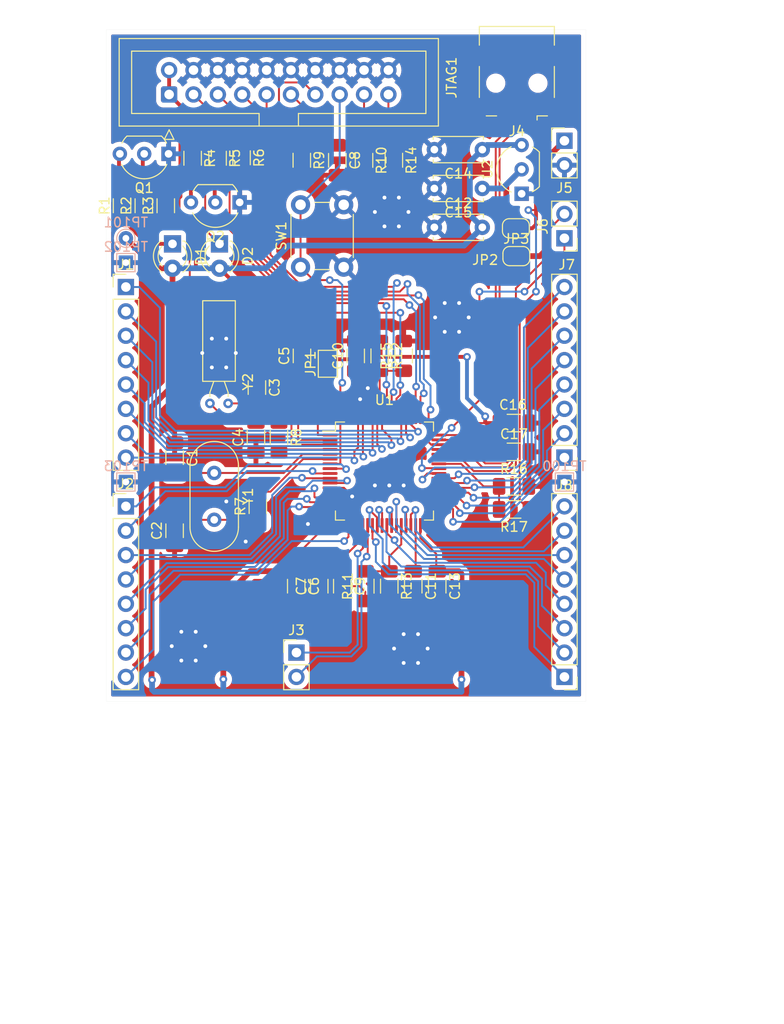
<source format=kicad_pcb>
(kicad_pcb (version 20211014) (generator pcbnew)
  (layers (0 "F.Cu" signal) (31 "B.Cu" signal) (34 "B.Paste" user) (35 "F.Paste" user) (36 "B.SilkS" user "B.Silkscreen") (37 "F.SilkS" user "F.Silkscreen") (38 "B.Mask" user) (39 "F.Mask" user) (44 "Edge.Cuts" user))
  (net 0 "")
  (net 1 "+3.3V")
  (net 2 "VCC")
  (net 3 "VBUS")
  (net 4 "PC0_8")
  (net 5 "PC1_9")
  (net 6 "PC2_10")
  (net 7 "PC3_11")
  (net 8 "PA0_14")
  (net 9 "PA1_15")
  (net 10 "PA2_16")
  (net 11 "PA3_17")
  (net 12 "PA4_20")
  (net 13 "PA5_21")
  (net 14 "PA6_22")
  (net 15 "PA7_23")
  (net 16 "PC4_24")
  (net 17 "PC5_25")
  (net 18 "PB0_26")
  (net 19 "PB1_27")
  (net 20 "PB10_29")
  (net 21 "PB11_30")
  (net 22 "PB12_33")
  (net 23 "PB13_34")
  (net 24 "PB14_35")
  (net 25 "PB15_36")
  (net 26 "PC6_37")
  (net 27 "PC7_38")
  (net 28 "PC8_39")
  (net 29 "PC9_40")
  (net 30 "PC10_51")
  (net 31 "PC11_52")
  (net 32 "PC12_53")
  (net 33 "PB5_57")
  (net 34 "PB6_58")
  (net 35 "PB7_59")
  (net 36 "PB8_61")
  (net 37 "GND")
  (net 38 "PB9_62")
  (net 39 "Net-(JTAG1-Pad11)")
  (net 40 "Net-(JTAG1-Pad17)")
  (net 41 "Net-(JTAG1-Pad19)")
  (net 42 "/BOOT0")
  (net 43 "/BOOT1")
  (net 44 "/NRST")
  (net 45 "/VCAP_1")
  (net 46 "/VCAP_2")
  (net 47 "/OSC_IN")
  (net 48 "/OSC32_IN")
  (net 49 "/OSC32_OUT")
  (net 50 "/nJTRST")
  (net 51 "/TDI")
  (net 52 "/JTMS{slash}SWDIO")
  (net 53 "/JTCK{slash}SWCLK")
  (net 54 "/JTDO")
  (net 55 "/OTG_FS_VBUS")
  (net 56 "/OSC_OUT")
  (net 57 "PA8_41")
  (net 58 "/OTG_FS_DM")
  (net 59 "/OTG_FS_DP")
  (net 60 "PA10_43")
  (net 61 "Net-(Q1-Pad2)")
  (net 62 "Net-(Q1-Pad3)")
  (net 63 "Net-(Q2-Pad2)")
  (net 64 "Net-(Q2-Pad3)")
  (net 65 "Net-(D1-Pad1)")
  (net 66 "Net-(D2-Pad1)")
  (net 67 "LED1")
  (net 68 "LED2")
  (net 69 "+BATT")
  (net 70 "Net-(C2-Pad2)")
  (net 71 "Net-(C4-Pad2)")
  (net 72 "Net-(JP3-Pad2)")
  (footprint "Capacitor_SMD:C_1206_3216Metric_Pad1.33x1.80mm_HandSolder" (layer "F.Cu") (at 169.8 108.5 -90)
    (fp_text reference "C6")
    (fp_text value "100nF")
  )
  (footprint "Package_TO_SOT_THT:TO-92_Inline_Wide" (layer "F.Cu") (at 193.3 67.6 90)
    (fp_text reference "U2")
    (fp_text value "MCP1700-3302E_TO92")
  )
  (footprint "Package_TO_SOT_THT:TO-92_Inline_Wide" (layer "F.Cu") (at 156.49 63.44 180)
    (fp_text reference "Q1")
    (fp_text value "2N3904")
  )
  (footprint "Capacitor_SMD:C_1206_3216Metric_Pad1.33x1.80mm_HandSolder" (layer "F.Cu") (at 174.6 108.5 -90)
    (fp_text reference "C9")
    (fp_text value "100nF")
  )
  (footprint "Resistor_SMD:R_1206_3216Metric_Pad1.30x1.75mm_HandSolder" (layer "F.Cu") (at 159 63.9 -90)
    (fp_text reference "R4")
    (fp_text value "10k")
  )
  (footprint "Connector_PinHeader_2.54mm:PinHeader_1x08_P2.54mm_Vertical" (layer "F.Cu") (at 152.04 77.32)
    (fp_text reference "J1")
    (fp_text value "Conn_01x08")
  )
  (footprint "Capacitor_SMD:C_1206_3216Metric_Pad1.33x1.80mm_HandSolder" (layer "F.Cu") (at 165.7 87.8 -90)
    (fp_text reference "C3")
    (fp_text value "9pF")
  )
  (footprint "Connector_PinHeader_2.54mm:PinHeader_1x02_P2.54mm_Vertical" (layer "F.Cu") (at 169.82 115.42)
    (fp_text reference "J3")
    (fp_text value "Conn_01x02")
  )
  (footprint "LED_THT:LED_D3.0mm" (layer "F.Cu") (at 161.8 72.825 -90)
    (fp_text reference "D2")
    (fp_text value "LED")
  )
  (footprint "Capacitor_SMD:C_1206_3216Metric_Pad1.33x1.80mm_HandSolder" (layer "F.Cu") (at 165.6 93 90)
    (fp_text reference "C4")
    (fp_text value "9pF")
  )
  (footprint "Capacitor_SMD:C_1206_3216Metric_Pad1.33x1.80mm_HandSolder" (layer "F.Cu") (at 170.4 84.5 90)
    (fp_text reference "C5")
    (fp_text value "100nF")
  )
  (footprint "Connector_PinHeader_2.54mm:PinHeader_1x02_P2.54mm_Vertical" (layer "F.Cu") (at 197.76 62.08)
    (fp_text reference "J5")
    (fp_text value "Conn_01x02")
  )
  (footprint "Resistor_SMD:R_1206_3216Metric_Pad1.30x1.75mm_HandSolder" (layer "F.Cu") (at 179.98 64.11 -90)
    (fp_text reference "R14")
    (fp_text value "10k")
  )
  (footprint "Capacitor_SMD:C_1206_3216Metric_Pad1.33x1.80mm_HandSolder" (layer "F.Cu") (at 172.2 108.5 90)
    (fp_text reference "C7")
    (fp_text value "1uF")
  )
  (footprint "Package_QFP:LQFP-64_10x10mm_P0.5mm" (layer "F.Cu") (at 179 96.5)
    (fp_text reference "U1")
    (fp_text value "STM32F405RGTx")
  )
  (footprint "Capacitor_SMD:C_1206_3216Metric_Pad1.33x1.80mm_HandSolder" (layer "F.Cu") (at 174.08 64.11 -90)
    (fp_text reference "C8")
    (fp_text value "100nF")
  )
  (footprint "Resistor_SMD:R_1206_3216Metric_Pad1.30x1.75mm_HandSolder" (layer "F.Cu") (at 165.8 100.2 90)
    (fp_text reference "R7")
    (fp_text value "100")
  )
  (footprint "Resistor_SMD:R_1206_3216Metric_Pad1.30x1.75mm_HandSolder" (layer "F.Cu") (at 181 84.5 90)
    (fp_text reference "R15")
    (fp_text value "0")
  )
  (footprint "Connector_IDC:IDC-Header_2x10_P2.54mm_Vertical" (layer "F.Cu") (at 156.55 57.254999 90)
    (fp_text reference "JTAG1")
    (fp_text value "Conn_02x10_Odd_Even")
  )
  (footprint "Capacitor_THT:C_Disc_D5.0mm_W2.5mm_P5.00mm" (layer "F.Cu") (at 184.2 71.1)
    (fp_text reference "C12")
    (fp_text value "10uF")
  )
  (footprint "Capacitor_SMD:C_1206_3216Metric_Pad1.33x1.80mm_HandSolder" (layer "F.Cu") (at 176 84.5 90)
    (fp_text reference "C10")
    (fp_text value "100nF")
  )
  (footprint "Resistor_SMD:R_1206_3216Metric_Pad1.30x1.75mm_HandSolder" (layer "F.Cu") (at 179.5 108.5 -90)
    (fp_text reference "R13")
    (fp_text value "0")
  )
  (footprint "Resistor_SMD:R_1206_3216Metric_Pad1.30x1.75mm_HandSolder" (layer "F.Cu") (at 192.5 98.1)
    (fp_text reference "R16")
    (fp_text value "82k")
  )
  (footprint "Connector_PinHeader_2.54mm:PinHeader_1x08_P2.54mm_Vertical" (layer "F.Cu") (at 152.04 100.18)
    (fp_text reference "J2")
    (fp_text value "Conn_01x08")
  )
  (footprint "Capacitor_SMD:C_1206_3216Metric_Pad1.33x1.80mm_HandSolder" (layer "F.Cu") (at 192.5 91.5)
    (fp_text reference "C16")
    (fp_text value "100nF")
  )
  (footprint "Crystal:Crystal_HC49-4H_Vertical" (layer "F.Cu") (at 161.25 96.7 -90)
    (fp_text reference "Y1")
    (fp_text value "14MHz")
  )
  (footprint "Resistor_SMD:R_1206_3216Metric_Pad1.30x1.75mm_HandSolder" (layer "F.Cu") (at 164.1 63.85 -90)
    (fp_text reference "R6")
    (fp_text value "10k")
  )
  (footprint "Capacitor_THT:C_Disc_D5.0mm_W2.5mm_P5.00mm" (layer "F.Cu") (at 189.2 63 180)
    (fp_text reference "C14")
    (fp_text value "10uF")
  )
  (footprint "Resistor_SMD:R_1206_3216Metric_Pad1.30x1.75mm_HandSolder" (layer "F.Cu") (at 170.38 64.11 -90)
    (fp_text reference "R9")
    (fp_text value "10k")
  )
  (footprint "Resistor_SMD:R_1206_3216Metric_Pad1.30x1.75mm_HandSolder" (layer "F.Cu") (at 168 93 -90)
    (fp_text reference "R8")
    (fp_text value "0")
  )
  (footprint "Capacitor_SMD:C_1206_3216Metric_Pad1.33x1.80mm_HandSolder" (layer "F.Cu") (at 157.12 102.72 90)
    (fp_text reference "C2")
    (fp_text value "15pF")
  )
  (footprint "Resistor_SMD:R_1206_3216Metric_Pad1.30x1.75mm_HandSolder" (layer "F.Cu") (at 161.6 63.900001 -90)
    (fp_text reference "R5")
    (fp_text value "10k")
  )
  (footprint "Connector_USB:USB_Mini-B_Lumberg_2486_01_Horizontal" (layer "F.Cu") (at 192.8 56.075 180)
    (fp_text reference "J4")
    (fp_text value "USB_B")
  )
  (footprint "Resistor_SMD:R_1206_3216Metric_Pad1.30x1.75mm_HandSolder" (layer "F.Cu") (at 176.87 64.12 -90)
    (fp_text reference "R10")
    (fp_text value "10k")
  )
  (footprint "Capacitor_SMD:C_1206_3216Metric_Pad1.33x1.80mm_HandSolder" (layer "F.Cu") (at 184.5 108.5 -90)
    (fp_text reference "C13")
    (fp_text value "100nF")
  )
  (footprint "Button_Switch_THT:SW_PUSH_6mm_H5mm" (layer "F.Cu") (at 170.25 75.25 90)
    (fp_text reference "SW1")
    (fp_text value "SW_RESET")
  )
  (footprint "Jumper:SolderJumper-2_P1.3mm_Bridged_RoundedPad1.0x1.5mm" (layer "F.Cu") (at 192.7 71.2)
    (fp_text reference "JP2")
    (fp_text value "Jumper_2_Bridged")
  )
  (footprint "Resistor_SMD:R_1206_3216Metric_Pad1.30x1.75mm_HandSolder" (layer "F.Cu") (at 192.5 100.5 180)
    (fp_text reference "R17")
    (fp_text value "33k")
  )
  (footprint "Resistor_SMD:R_1206_3216Metric_Pad1.30x1.75mm_HandSolder" (layer "F.Cu") (at 156.2 68.85 90)
    (fp_text reference "R3")
    (fp_text value "10k")
  )
  (footprint "Resistor_SMD:R_1206_3216Metric_Pad1.30x1.75mm_HandSolder" (layer "F.Cu") (at 151.64 68.85 90)
    (fp_text reference "R1")
    (fp_text value "10k")
  )
  (footprint "Connector_PinHeader_2.54mm:PinHeader_1x02_P2.54mm_Vertical" (layer "F.Cu") (at 197.76 72.24 180)
    (fp_text reference "J6")
    (fp_text value "Conn_01x02")
  )
  (footprint "Capacitor_SMD:C_1206_3216Metric_Pad1.33x1.80mm_HandSolder" (layer "F.Cu") (at 182 108.5 -90)
    (fp_text reference "C11")
    (fp_text value "2.2uF")
  )
  (footprint "Crystal:Crystal_C38-LF_D3.0mm_L8.0mm_Horizontal" (layer "F.Cu") (at 162.7 89.45 180)
    (fp_text reference "Y2")
    (fp_text value "32.768 kHz")
  )
  (footprint "Jumper:SolderJumper-2_P1.3mm_Bridged_Pad1.0x1.5mm" (layer "F.Cu") (at 173.1 85.32 90)
    (fp_text reference "JP1")
    (fp_text value "VBAT_JUMP")
  )
  (footprint "Jumper:SolderJumper-2_P1.3mm_Bridged_RoundedPad1.0x1.5mm" (layer "F.Cu") (at 192.750001 74.1)
    (fp_text reference "JP3")
    (fp_text value "Jumper_2_Bridged")
  )
  (footprint "Connector_PinHeader_2.54mm:PinHeader_1x08_P2.54mm_Vertical" (layer "F.Cu") (at 197.76 117.96 180)
    (fp_text reference "J8")
    (fp_text value "Conn_01x08")
  )
  (footprint "Package_TO_SOT_THT:TO-92_Inline_Wide" (layer "F.Cu") (at 163.9 68.5 180)
    (fp_text reference "Q2")
    (fp_text value "2N3904")
  )
  (footprint "Capacitor_SMD:C_1206_3216Metric_Pad1.33x1.80mm_HandSolder" (layer "F.Cu") (at 192.5 94.5)
    (fp_text reference "C17")
    (fp_text value "2.2uF")
  )
  (footprint "Capacitor_THT:C_Disc_D5.0mm_W2.5mm_P5.00mm" (layer "F.Cu") (at 189.2 67.049999 180)
    (fp_text reference "C15")
    (fp_text value "10uF")
  )
  (footprint "LED_THT:LED_D3.0mm" (layer "F.Cu") (at 156.9 72.825 -90)
    (fp_text reference "D1")
    (fp_text value "LED")
  )
  (footprint "Resistor_SMD:R_1206_3216Metric_Pad1.30x1.75mm_HandSolder" (layer "F.Cu") (at 178.5 84.5 -90)
    (fp_text reference "R12")
    (fp_text value "0")
  )
  (footprint "Connector_PinHeader_2.54mm:PinHeader_1x08_P2.54mm_Vertical" (layer "F.Cu") (at 197.76 95.1 180)
    (fp_text reference "J7")
    (fp_text value "Conn_01x08")
  )
  (footprint "Resistor_SMD:R_1206_3216Metric_Pad1.30x1.75mm_HandSolder" (layer "F.Cu") (at 153.91 68.85 90)
    (fp_text reference "R2")
    (fp_text value "10k")
  )
  (footprint "Capacitor_SMD:C_1206_3216Metric_Pad1.33x1.80mm_HandSolder" (layer "F.Cu") (at 157.12 95.1 -90)
    (fp_text reference "C1")
    (fp_text value "15pF")
  )
  (footprint "Resistor_SMD:R_1206_3216Metric_Pad1.30x1.75mm_HandSolder" (layer "F.Cu") (at 177 108.5 90)
    (fp_text reference "R11")
    (fp_text value "0")
  )
  (footprint "TestPoint:TestPoint_THTPad_1.5x1.5mm_Drill0.7mm" (layer "B.Cu") (at 197.76 97.64 180)
    (fp_text reference "TP100")
    (fp_text value "TestPoint")
  )
  (footprint "TestPoint:TestPoint_THTPad_D1.5mm_Drill0.7mm" (layer "B.Cu") (at 152.04 72.24 180)
    (fp_text reference "TP101")
    (fp_text value "TestPoint")
  )
  (footprint "TestPoint:TestPoint_THTPad_1.5x1.5mm_Drill0.7mm" (layer "B.Cu") (at 152.04 97.64 180)
    (fp_text reference "TP103")
    (fp_text value "TestPoint")
  )
  (footprint "TestPoint:TestPoint_THTPad_1.5x1.5mm_Drill0.7mm" (layer "B.Cu") (at 152.04 74.78 180)
    (fp_text reference "TP102")
    (fp_text value "TestPoint")
  )
  (gr_rect (start 150 50.5) (end 200 120.5) (layer "Edge.Cuts") (width 0.01) (fill none))
  (segment (start 176 88.06) (end 175.25 88.81) (width 0.2) (layer "F.Cu") (net 1))
  (segment (start 174.6 100.5) (end 174.6 99) (width 0.2) (layer "F.Cu") (net 1))
  (segment (start 175.25 88.81) (end 175.25 90.825) (width 0.2) (layer "F.Cu") (net 1))
  (segment (start 161.8 75.365) (end 168.3 81.865) (width 0.4) (layer "F.Cu") (net 1))
  (segment (start 156.9 87.62) (end 154.72 89.8) (width 0.6) (layer "F.Cu") (net 1))
  (segment (start 174.6 108.3) (end 174.8 108.5) (width 0.2) (layer "F.Cu") (net 1))
  (segment (start 173 84.85) (end 170.95 84.85) (width 0.4) (layer "F.Cu") (net 1))
  (segment (start 189.6 91.5) (end 190.9375 91.5) (width 0.4) (layer "F.Cu") (net 1))
  (segment (start 156.9 75.365) (end 156.9 87.62) (width 0.6) (layer "F.Cu") (net 1))
  (segment (start 182.75 102.175) (end 182.74 102.185) (width 0.2) (layer "F.Cu") (net 1))
  (segment (start 170.4 85.4) (end 170.4 86.2625) (width 0.4) (layer "F.Cu") (net 1))
  (segment (start 154.72 89.8) (end 154.72 118.22) (width 0.6) (layer "F.Cu") (net 1))
  (segment (start 168.5625 86.2625) (end 170.4 86.2625) (width 0.4) (layer "F.Cu") (net 1))
  (segment (start 159.335 75.365) (end 161.8 75.365) (width 0.4) (layer "F.Cu") (net 1))
  (segment (start 176 85.1) (end 176.5 84.6) (width 0.4) (layer "F.Cu") (net 1))
  (segment (start 177 110.05) (end 177 109.1) (width 0.2) (layer "F.Cu") (net 1))
  (segment (start 156.55 54.714999) (end 156.55 57.254999) (width 0.4) (layer "F.Cu") (net 1))
  (segment (start 184.675 92.75) (end 186.7 92.75) (width 0.2) (layer "F.Cu") (net 1))
  (segment (start 174.35 98.75) (end 174.6 99) (width 0.2) (layer "F.Cu") (net 1))
  (segment (start 175.75 84.85) (end 176 85.1) (width 0.4) (layer "F.Cu") (net 1))
  (segment (start 189.5 90.8) (end 189.5 91.4) (width 0.4) (layer "F.Cu") (net 1))
  (segment (start 177 109.1) (end 176.4 108.5) (width 0.2) (layer "F.Cu") (net 1))
  (segment (start 157.72548 67.89452) (end 157.53 68.09) (width 0.4) (layer "F.Cu") (net 1))
  (segment (start 174.6 105.64) (end 176.25 103.99) (width 0.2) (layer "F.Cu") (net 1))
  (segment (start 152.04 72.24) (end 155.165 75.365) (width 0.6) (layer "F.Cu") (net 1))
  (segment (start 176 86.0625) (end 176 88.06) (width 0.2) (layer "F.Cu") (net 1))
  (segment (start 187.03 118.23) (end 187.03 107.22) (width 0.6) (layer "F.Cu") (net 1))
  (segment (start 170.95 84.85) (end 170.4 85.4) (width 0.4) (layer "F.Cu") (net 1))
  (segment (start 156.55 57.254999) (end 157.72548 58.430479) (width 0.4) (layer "F.Cu") (net 1))
  (segment (start 184.4 105.14) (end 184.4 106.8375) (width 0.2) (layer "F.Cu") (net 1))
  (segment (start 187.03 107.22) (end 186.7475 106.9375) (width 0.6) (layer "F.Cu") (net 1))
  (segment (start 178.6 84.6) (end 178.6 83.05) (width 0.4) (layer "F.Cu") (net 1))
  (segment (start 159.335 71.635) (end 159.335 75.365) (width 0.4) (layer "F.Cu") (net 1))
  (segment (start 186.7 92.75) (end 187.95 91.5) (width 0.2) (layer "F.Cu") (net 1))
  (segment (start 173 84.85) (end 175.75 84.85) (width 0.4) (layer "F.Cu") (net 1))
  (segment (start 186.7475 106.9375) (end 184.5 106.9375) (width 0.6) (layer "F.Cu") (net 1))
  (segment (start 174.6 106.9375) (end 174.6 105.64) (width 0.2) (layer "F.Cu") (net 1))
  (segment (start 162.2 109.7625) (end 165.025 106.9375) (width 0.6) (layer "F.Cu") (net 1))
  (segment (start 174.6 106.9375) (end 174.6 108.3) (width 0.2) (layer "F.Cu") (net 1))
  (segment (start 187.95 91.5) (end 190.9375 91.5) (width 0.2) (layer "F.Cu") (net 1))
  (segment (start 173.325 98.75) (end 174.35 98.75) (width 0.2) (layer "F.Cu") (net 1))
  (segment (start 157.72548 58.430479) (end 157.72548 67.89452) (width 0.4) (layer "F.Cu") (net 1))
  (segment (start 154.72 118.22) (end 154.77 118.27) (width 0.6) (layer "F.Cu") (net 1))
  (segment (start 168.3 86) (end 168.5625 86.2625) (width 0.4) (layer "F.Cu") (net 1))
  (segment (start 174.8 108.5) (end 176.4 108.5) (width 0.2) (layer "F.Cu") (net 1))
  (segment (start 176.5 84.6) (end 178.6 84.6) (width 0.4) (layer "F.Cu") (net 1))
  (segment (start 157.53 68.09) (end 157.53 69.83) (width 0.4) (layer "F.Cu") (net 1))
  (segment (start 168.3 81.865) (end 168.3 86) (width 0.4) (layer "F.Cu") (net 1))
  (segment (start 178.6 83.05) (end 178.5 82.95) (width 0.4) (layer "F.Cu") (net 1))
  (segment (start 157.53 69.83) (end 159.335 71.635) (width 0.4) (layer "F.Cu") (net 1))
  (segment (start 169.8 106.9375) (end 169.8 105.3) (width 0.2) (layer "F.Cu") (net 1))
  (segment (start 182.74 102.185) (end 182.74 103.48) (width 0.2) (layer "F.Cu") (net 1))
  (segment (start 176 85.1) (end 176 86.0625) (width 0.4) (layer "F.Cu") (net 1))
  (segment (start 182.74 103.48) (end 184.4 105.14) (width 0.2) (layer "F.Cu") (net 1))
  (segment (start 178.6 84.6) (end 187.6 84.6) (width 0.4) (layer "F.Cu") (net 1))
  (segment (start 169.8 105.3) (end 174.6 100.5) (width 0.2) (layer "F.Cu") (net 1))
  (segment (start 176.25 103.99) (end 176.25 102.175) (width 0.2) (layer "F.Cu") (net 1))
  (segment (start 155.165 75.365) (end 156.9 75.365) (width 0.6) (layer "F.Cu") (net 1))
  (segment (start 189.5 91.4) (end 189.6 91.5) (width 0.4) (layer "F.Cu") (net 1))
  (segment (start 184.4 106.8375) (end 184.5 106.9375) (width 0.2) (layer "F.Cu") (net 1))
  (segment (start 162.2 118.2) (end 162.2 109.7625) (width 0.6) (layer "F.Cu") (net 1))
  (segment (start 165.025 106.9375) (end 174.6 106.9375) (width 0.6) (layer "F.Cu") (net 1))
  (via (at 154.77 118.27) (size 0.8) (drill 0.4) (layers "F.Cu" "B.Cu") (net 1))
  (via (at 162.2 118.2) (size 0.8) (drill 0.4) (layers "F.Cu" "B.Cu") (net 1))
  (via (at 187.6 84.6) (size 0.8) (drill 0.4) (layers "F.Cu" "B.Cu") (net 1))
  (via (at 189.5 90.8) (size 0.8) (drill 0.4) (layers "F.Cu" "B.Cu") (net 1))
  (via (at 187.03 118.23) (size 0.8) (drill 0.4) (layers "F.Cu" "B.Cu") (net 1))
  (segment (start 189.2 63) (end 187.900489 64.299511) (width 0.6) (layer "B.Cu") (net 1))
  (segment (start 187.6 88.9) (end 189.5 90.8) (width 0.4) (layer "B.Cu") (net 1))
  (segment (start 189.68 62.52) (end 189.2 63) (width 0.6) (layer "B.Cu") (net 1))
  (segment (start 162.2 119.5) (end 154.99 119.5) (width 0.6) (layer "B.Cu") (net 1))
  (segment (start 154.77 118.27) (end 154.77 119.28) (width 0.6) (layer "B.Cu") (net 1))
  (segment (start 187.6 84.6) (end 187.6 88.9) (width 0.4) (layer "B.Cu") (net 1))
  (segment (start 187.900489 64.299511) (end 187.900489 69.800489) (width 0.6) (layer "B.Cu") (net 1))
  (segment (start 166.635 75.365) (end 156.9 75.365) (width 0.6) (layer "B.Cu") (net 1))
  (segment (start 187.900489 69.800489) (end 189.2 71.1) (width 0.6) (layer "B.Cu") (net 1))
  (segment (start 189.2 71.1) (end 187.3 73) (width 0.6) (layer "B.Cu") (net 1))
  (segment (start 154.99 119.5) (end 154.77 119.28) (width 0.6) (layer "B.Cu") (net 1))
  (segment (start 187.3 73) (end 169 73) (width 0.6) (layer "B.Cu") (net 1))
  (segment (start 193.3 62.52) (end 189.68 62.52) (width 0.6) (layer "B.Cu") (net 1))
  (segment (start 162.2 119.5) (end 187.02 119.5) (width 0.6) (layer "B.Cu") (net 1))
  (segment (start 187.02 119.5) (end 187.02 118.24) (width 0.6) (layer "B.Cu") (net 1))
  (segment (start 162.2 119.5) (end 162.2 118.2) (width 0.6) (layer "B.Cu") (net 1))
  (segment (start 169 73) (end 166.635 75.365) (width 0.6) (layer "B.Cu") (net 1))
  (segment (start 187.02 118.24) (end 187.03 118.23) (width 0.6) (layer "B.Cu") (net 1))
  (segment (start 192.05 69.75) (end 191.7 69.4) (width 0.6) (layer "F.Cu") (net 2))
  (segment (start 192.100001 74.1) (end 192.100001 71.250001) (width 0.6) (layer "F.Cu") (net 2))
  (segment (start 192.100001 71.250001) (end 192.05 71.2) (width 0.6) (layer "F.Cu") (net 2))
  (segment (start 192.05 71.2) (end 192.05 69.75) (width 0.6) (layer "F.Cu") (net 2))
  (segment (start 191.7 66.66) (end 193.3 65.06) (width 0.6) (layer "F.Cu") (net 2))
  (segment (start 191.7 69.4) (end 191.7 66.66) (width 0.6) (layer "F.Cu") (net 2))
  (segment (start 189.2 67.049999) (end 191.310001 67.049999) (width 0.6) (layer "B.Cu") (net 2))
  (segment (start 191.310001 67.049999) (end 193.3 65.06) (width 0.6) (layer "B.Cu") (net 2))
  (segment (start 194.8 70.8) (end 194.4 71.2) (width 0.4) (layer "F.Cu") (net 3))
  (segment (start 194.8 69.3) (end 194.8 70.8) (width 0.4) (layer "F.Cu") (net 3))
  (segment (start 194.4 71.2) (end 193.35 71.2) (width 0.4) (layer "F.Cu") (net 3))
  (segment (start 193.1 99.55) (end 193.099519 99.549519) (width 0.2) (layer "F.Cu") (net 3))
  (segment (start 194 69.3) (end 194.8 69.3) (width 0.2) (layer "F.Cu") (net 3))
  (segment (start 193.099519 99.549519) (end 193.099519 79.500481) (width 0.2) (layer "F.Cu") (net 3))
  (segment (start 194.4 58.775) (end 194.4 60.6) (width 0.4) (layer "F.Cu") (net 3))
  (segment (start 193.099519 79.500481) (end 194.8 77.8) (width 0.2) (layer "F.Cu") (net 3))
  (segment (start 194.4 60.6) (end 194.8 61) (width 0.4) (layer "F.Cu") (net 3))
  (segment (start 194.05 100.5) (end 193.1 99.55) (width 0.2) (layer "F.Cu") (net 3))
  (segment (start 194.8 61) (end 194.8 69.3) (width 0.4) (layer "F.Cu") (net 3))
  (via (at 194 69.3) (size 0.8) (drill 0.4) (layers "F.Cu" "B.Cu") (net 3))
  (via (at 194.8 77.8) (size 0.8) (drill 0.4) (layers "F.Cu" "B.Cu") (net 3))
  (segment (start 194.8 77.8) (end 194.8 70.1) (width 0.2) (layer "B.Cu") (net 3))
  (segment (start 194.8 70.1) (end 194 69.3) (width 0.2) (layer "B.Cu") (net 3))
  (segment (start 173.325 96.25) (end 174.95 96.25) (width 0.2) (layer "F.Cu") (net 4))
  (segment (start 174.95 96.25) (end 175 96.3) (width 0.2) (layer "F.Cu") (net 4))
  (via (at 175 96.3) (size 0.8) (drill 0.4) (layers "F.Cu" "B.Cu") (net 4))
  (segment (start 155.1 98.2) (end 153.12 100.18) (width 0.2) (layer "B.Cu") (net 4))
  (segment (start 153.12 100.18) (end 152.04 100.18) (width 0.2) (layer "B.Cu") (net 4))
  (segment (start 174.5 95.8) (end 164.8 95.8) (width 0.2) (layer "B.Cu") (net 4))
  (segment (start 162.4 98.2) (end 155.1 98.2) (width 0.2) (layer "B.Cu") (net 4))
  (segment (start 164.8 95.8) (end 162.4 98.2) (width 0.2) (layer "B.Cu") (net 4))
  (segment (start 175 96.3) (end 174.5 95.8) (width 0.2) (layer "B.Cu") (net 4))
  (segment (start 171.75 96.75) (end 171.5 96.5) (width 0.2) (layer "F.Cu") (net 5))
  (segment (start 173.325 96.75) (end 171.75 96.75) (width 0.2) (layer "F.Cu") (net 5))
  (via (at 171.5 96.5) (size 0.8) (drill 0.4) (layers "F.Cu" "B.Cu") (net 5))
  (segment (start 156.16 98.6) (end 152.04 102.72) (width 0.2) (layer "B.Cu") (net 5))
  (segment (start 171.5 96.5) (end 164.665006 96.5) (width 0.2) (layer "B.Cu") (net 5))
  (segment (start 164.665006 96.5) (end 162.565006 98.6) (width 0.2) (layer "B.Cu") (net 5))
  (segment (start 162.565006 98.6) (end 156.16 98.6) (width 0.2) (layer "B.Cu") (net 5))
  (segment (start 170.4505 97.25) (end 173.325 97.25) (width 0.2) (layer "F.Cu") (net 6))
  (segment (start 170.4 97.1995) (end 170.4505 97.25) (width 0.2) (layer "F.Cu") (net 6))
  (via (at 170.4 97.1995) (size 0.8) (drill 0.4) (layers "F.Cu" "B.Cu") (net 6))
  (segment (start 169.1005 97.1995) (end 170.4 97.1995) (width 0.2) (layer "B.Cu") (net 6))
  (segment (start 164.94 105.26) (end 167.3 102.9) (width 0.2) (layer "B.Cu") (net 6))
  (segment (start 167.3 102.9) (end 167.3 99) (width 0.2) (layer "B.Cu") (net 6))
  (segment (start 167.3 99) (end 169.1005 97.1995) (width 0.2) (layer "B.Cu") (net 6))
  (segment (start 152.04 105.26) (end 164.94 105.26) (width 0.2) (layer "B.Cu") (net 6))
  (segment (start 173.325 97.75) (end 174.85 97.75) (width 0.2) (layer "F.Cu") (net 7))
  (segment (start 174.85 97.75) (end 175.1 97.5) (width 0.2) (layer "F.Cu") (net 7))
  (via (at 175.1 97.5) (size 0.8) (drill 0.4) (layers "F.Cu" "B.Cu") (net 7))
  (segment (start 168.665006 98.2) (end 167.732503 99.132503) (width 0.2) (layer "B.Cu") (net 7))
  (segment (start 170.8 98.2) (end 168.665006 98.2) (width 0.2) (layer "B.Cu") (net 7))
  (segment (start 167.732503 99.132503) (end 167.69952 99.165486) (width 0.2) (layer "B.Cu") (net 7))
  (segment (start 165.105486 105.65952) (end 167.69952 103.065486) (width 0.2) (layer "B.Cu") (net 7))
  (segment (start 175.1 97.5) (end 171.5 97.5) (width 0.2) (layer "B.Cu") (net 7))
  (segment (start 152.04 107.8) (end 154.18048 105.65952) (width 0.2) (layer "B.Cu") (net 7))
  (segment (start 154.18048 105.65952) (end 165.105486 105.65952) (width 0.2) (layer "B.Cu") (net 7))
  (segment (start 167.69952 103.065486) (end 167.69952 99.165486) (width 0.2) (layer "B.Cu") (net 7))
  (segment (start 171.5 97.5) (end 170.8 98.2) (width 0.2) (layer "B.Cu") (net 7))
  (segment (start 171.7 99.2) (end 171.75 99.25) (width 0.2) (layer "F.Cu") (net 8))
  (segment (start 171.75 99.25) (end 173.325 99.25) (width 0.2) (layer "F.Cu") (net 8))
  (segment (start 171.7 98.3) (end 171.7 99.2) (width 0.2) (layer "F.Cu") (net 8))
  (via (at 171.7 98.3) (size 0.8) (drill 0.4) (layers "F.Cu" "B.Cu") (net 8))
  (segment (start 165.3 106.1) (end 168.1 103.3) (width 0.2) (layer "B.Cu") (net 8))
  (segment (start 169.1 98.6) (end 171.4 98.6) (width 0.2) (layer "B.Cu") (net 8))
  (segment (start 171.4 98.6) (end 171.7 98.3) (width 0.2) (layer "B.Cu") (net 8))
  (segment (start 168.1 99.6) (end 169.1 98.6) (width 0.2) (layer "B.Cu") (net 8))
  (segment (start 152.04 110.34) (end 156.28 106.1) (width 0.2) (layer "B.Cu") (net 8))
  (segment (start 156.28 106.1) (end 165.3 106.1) (width 0.2) (layer "B.Cu") (net 8))
  (segment (start 168.1 103.3) (end 168.1 99.6) (width 0.2) (layer "B.Cu") (net 8))
  (segment (start 171.25 99.75) (end 170.9 99.4) (width 0.2) (layer "F.Cu") (net 9))
  (segment (start 173.325 99.75) (end 171.25 99.75) (width 0.2) (layer "F.Cu") (net 9))
  (via (at 170.9 99.4) (size 0.8) (drill 0.4) (layers "F.Cu" "B.Cu") (net 9))
  (segment (start 152.04 112.88) (end 154.1 110.82) (width 0.2) (layer "B.Cu") (net 9))
  (segment (start 156.445486 106.49952) (end 165.50048 106.49952) (width 0.2) (layer "B.Cu") (net 9))
  (segment (start 165.50048 106.49952) (end 168.49952 103.50048) (width 0.2) (layer "B.Cu") (net 9))
  (segment (start 168.9 99.4) (end 170.9 99.4) (width 0.2) (layer "B.Cu") (net 9))
  (segment (start 168.49952 103.50048) (end 168.49952 99.80048) (width 0.2) (layer "B.Cu") (net 9))
  (segment (start 154.1 110.82) (end 154.1 108.845006) (width 0.2) (layer "B.Cu") (net 9))
  (segment (start 168.49952 99.80048) (end 168.9 99.4) (width 0.2) (layer "B.Cu") (net 9))
  (segment (start 154.1 108.845006) (end 156.445486 106.49952) (width 0.2) (layer "B.Cu") (net 9))
  (segment (start 173.325 100.25) (end 170.15 100.25) (width 0.2) (layer "F.Cu") (net 10))
  (segment (start 170.15 100.25) (end 170.1 100.2) (width 0.2) (layer "F.Cu") (net 10))
  (via (at 170.1 100.2) (size 0.8) (drill 0.4) (layers "F.Cu" "B.Cu") (net 10))
  (segment (start 154.5 112.96) (end 154.49952 112.95952) (width 0.2) (layer "B.Cu") (net 10))
  (segment (start 154.49952 109.4) (end 157.00048 106.89904) (width 0.2) (layer "B.Cu") (net 10))
  (segment (start 169.3 100.2) (end 170.1 100.2) (width 0.2) (layer "B.Cu") (net 10))
  (segment (start 168.89904 100.60096) (end 169.3 100.2) (width 0.2) (layer "B.Cu") (net 10))
  (segment (start 168.899039 103.665967) (end 168.89904 100.60096) (width 0.2) (layer "B.Cu") (net 10))
  (segment (start 157.00048 106.89904) (end 165.665967 106.899039) (width 0.2) (layer "B.Cu") (net 10))
  (segment (start 165.665967 106.899039) (end 168.899039 103.665967) (width 0.2) (layer "B.Cu") (net 10))
  (segment (start 152.04 115.42) (end 154.5 112.96) (width 0.2) (layer "B.Cu") (net 10))
  (segment (start 154.49952 112.95952) (end 154.49952 109.4) (width 0.2) (layer "B.Cu") (net 10))
  (segment (start 175.25 102.175) (end 175.25 103.35) (width 0.2) (layer "F.Cu") (net 11))
  (segment (start 175.25 103.35) (end 174.8 103.8) (width 0.2) (layer "F.Cu") (net 11))
  (via (at 174.8 103.8) (size 0.8) (drill 0.4) (layers "F.Cu" "B.Cu") (net 11))
  (segment (start 154.9 110.1) (end 157.70144 107.29856) (width 0.2) (layer "B.Cu") (net 11))
  (segment (start 169.330012 103.8) (end 174.8 103.8) (width 0.2) (layer "B.Cu") (net 11))
  (segment (start 152.04 117.96) (end 154.9 115.1) (width 0.2) (layer "B.Cu") (net 11))
  (segment (start 154.9 115.1) (end 154.9 110.1) (width 0.2) (layer "B.Cu") (net 11))
  (segment (start 157.70144 107.29856) (end 165.831454 107.298558) (width 0.2) (layer "B.Cu") (net 11))
  (segment (start 165.831454 107.298558) (end 169.330012 103.8) (width 0.2) (layer "B.Cu") (net 11))
  (segment (start 176.75 104.55) (end 176.2 105.1) (width 0.2) (layer "F.Cu") (net 12))
  (segment (start 176.75 102.175) (end 176.75 104.55) (width 0.2) (layer "F.Cu") (net 12))
  (via (at 176.2 105.1) (size 0.8) (drill 0.4) (layers "F.Cu" "B.Cu") (net 12))
  (segment (start 176.2 105.1) (end 176.2 114.6) (width 0.2) (layer "B.Cu") (net 12))
  (segment (start 175.38 115.42) (end 169.82 115.42) (width 0.2) (layer "B.Cu") (net 12))
  (segment (start 176.2 114.6) (end 175.38 115.42) (width 0.2) (layer "B.Cu") (net 12))
  (segment (start 177.25 105.314281) (end 177.148211 105.41607) (width 0.2) (layer "F.Cu") (net 13))
  (segment (start 177.25 102.175) (end 177.25 105.314281) (width 0.2) (layer "F.Cu") (net 13))
  (via (at 177.148211 105.41607) (size 0.8) (drill 0.4) (layers "F.Cu" "B.Cu") (net 13))
  (segment (start 175.545486 115.81952) (end 176.59952 114.765486) (width 0.2) (layer "B.Cu") (net 13))
  (segment (start 171.96048 115.81952) (end 175.545486 115.81952) (width 0.2) (layer "B.Cu") (net 13))
  (segment (start 177.148211 105.41607) (end 176.59952 105.964761) (width 0.2) (layer "B.Cu") (net 13))
  (segment (start 176.59952 105.964761) (end 176.59952 114.765486) (width 0.2) (layer "B.Cu") (net 13))
  (segment (start 169.82 117.96) (end 171.96048 115.81952) (width 0.2) (layer "B.Cu") (net 13))
  (segment (start 177.75 103.55) (end 178.1 103.9) (width 0.2) (layer "F.Cu") (net 14))
  (segment (start 177.75 102.175) (end 177.75 103.55) (width 0.2) (layer "F.Cu") (net 14))
  (via (at 178.1 103.9) (size 0.8) (drill 0.4) (layers "F.Cu" "B.Cu") (net 14))
  (segment (start 178.1 103.9) (end 178.1 105.96) (width 0.2) (layer "B.Cu") (net 14))
  (segment (start 178.1 105.96) (end 179.3976 107.2576) (width 0.2) (layer "B.Cu") (net 14))
  (segment (start 194.62144 108.156446) (end 193.722594 107.2576) (width 0.2) (layer "B.Cu") (net 14))
  (segment (start 197.76 117.96) (end 194.62144 114.82144) (width 0.2) (layer "B.Cu") (net 14))
  (segment (start 193.722594 107.2576) (end 179.3976 107.2576) (width 0.2) (layer "B.Cu") (net 14))
  (segment (start 194.62144 114.82144) (end 194.62144 108.156446) (width 0.2) (layer "B.Cu") (net 14))
  (segment (start 178.25 101.36) (end 177.44 100.55) (width 0.2) (layer "F.Cu") (net 15))
  (segment (start 178.25 102.175) (end 178.25 101.36) (width 0.2) (layer "F.Cu") (net 15))
  (via (at 177.44 100.55) (size 0.8) (drill 0.4) (layers "F.Cu" "B.Cu") (net 15))
  (segment (start 178.81 106.02) (end 179.64808 106.85808) (width 0.2) (layer "B.Cu") (net 15))
  (segment (start 195.02096 112.68096) (end 197.76 115.42) (width 0.2) (layer "B.Cu") (net 15))
  (segment (start 193.88808 106.85808) (end 195.02096 107.99096) (width 0.2) (layer "B.Cu") (net 15))
  (segment (start 179.64808 106.85808) (end 193.88808 106.85808) (width 0.2) (layer "B.Cu") (net 15))
  (segment (start 177.44 100.55) (end 177.44 102.23) (width 0.2) (layer "B.Cu") (net 15))
  (segment (start 178.81 103.6) (end 178.81 106.02) (width 0.2) (layer "B.Cu") (net 15))
  (segment (start 177.44 102.23) (end 178.81 103.6) (width 0.2) (layer "B.Cu") (net 15))
  (segment (start 195.02096 107.99096) (end 195.02096 112.68096) (width 0.2) (layer "B.Cu") (net 15))
  (segment (start 178.75 100.848529) (end 178.43943 100.537959) (width 0.2) (layer "F.Cu") (net 16))
  (segment (start 178.75 102.175) (end 178.75 100.848529) (width 0.2) (layer "F.Cu") (net 16))
  (via (at 178.43943 100.537959) (size 0.8) (drill 0.4) (layers "F.Cu" "B.Cu") (net 16))
  (segment (start 179.20952 104.90952) (end 179.20952 102.97952) (width 0.2) (layer "B.Cu") (net 16))
  (segment (start 197.76 112.88) (end 195.42048 110.54048) (width 0.2) (layer "B.Cu") (net 16))
  (segment (start 179.20952 102.97952) (end 178.42 102.19) (width 0.2) (layer "B.Cu") (net 16))
  (segment (start 195.42048 107.73) (end 194.14904 106.45856) (width 0.2) (layer "B.Cu") (net 16))
  (segment (start 180.75856 106.45856) (end 194.14904 106.45856) (width 0.2) (layer "B.Cu") (net 16))
  (segment (start 178.42 100.557389) (end 178.43943 100.537959) (width 0.2) (layer "B.Cu") (net 16))
  (segment (start 178.42 102.19) (end 178.42 100.557389) (width 0.2) (layer "B.Cu") (net 16))
  (segment (start 180.75856 106.45856) (end 179.20952 104.90952) (width 0.2) (layer "B.Cu") (net 16))
  (segment (start 195.42048 110.54048) (end 195.42048 107.73) (width 0.2) (layer "B.Cu") (net 16))
  (segment (start 179.25 102.979651) (end 179.25 102.175) (width 0.2) (layer "F.Cu") (net 17))
  (segment (start 180.0505 103.695378) (end 179.965727 103.695378) (width 0.2) (layer "F.Cu") (net 17))
  (segment (start 179.965727 103.695378) (end 179.25 102.979651) (width 0.2) (layer "F.Cu") (net 17))
  (via (at 180.0505 103.695378) (size 0.8) (drill 0.4) (layers "F.Cu" "B.Cu") (net 17))
  (segment (start 195.82 107.08) (end 195.82 108.4) (width 0.2) (layer "B.Cu") (net 17))
  (segment (start 180.0505 103.695378) (end 180.0505 103.9505) (width 0.2) (layer "B.Cu") (net 17))
  (segment (start 182.15904 106.05904) (end 194.79904 106.05904) (width 0.2) (layer "B.Cu") (net 17))
  (segment (start 195.82 108.4) (end 197.76 110.34) (width 0.2) (layer "B.Cu") (net 17))
  (segment (start 194.79904 106.05904) (end 195.82 107.08) (width 0.2) (layer "B.Cu") (net 17))
  (segment (start 180.0505 103.9505) (end 182.15904 106.05904) (width 0.2) (layer "B.Cu") (net 17))
  (segment (start 179.75 102.175) (end 179.75 100.77) (width 0.2) (layer "F.Cu") (net 18))
  (segment (start 179.75 100.77) (end 179.53 100.55) (width 0.2) (layer "F.Cu") (net 18))
  (via (at 179.53 100.55) (size 0.8) (drill 0.4) (layers "F.Cu" "B.Cu") (net 18))
  (segment (start 179.53 102.07) (end 183.11952 105.65952) (width 0.2) (layer "B.Cu") (net 18))
  (segment (start 179.53 100.55) (end 179.53 102.07) (width 0.2) (layer "B.Cu") (net 18))
  (segment (start 183.11952 105.65952) (end 195.61952 105.65952) (width 0.2) (layer "B.Cu") (net 18))
  (segment (start 195.61952 105.65952) (end 197.76 107.8) (width 0.2) (layer "B.Cu") (net 18))
  (segment (start 180.25 102.175) (end 180.25 99.71) (width 0.2) (layer "F.Cu") (net 19))
  (segment (start 180.25 99.71) (end 180.23 99.69) (width 0.2) (layer "F.Cu") (net 19))
  (via (at 180.23 99.69) (size 0.8) (drill 0.4) (layers "F.Cu" "B.Cu") (net 19))
  (segment (start 197.76 105.26) (end 183.47 105.26) (width 0.2) (layer "B.Cu") (net 19))
  (segment (start 183.47 105.26) (end 180.23 102.02) (width 0.2) (layer "B.Cu") (net 19))
  (segment (start 180.23 102.02) (end 180.23 99.69) (width 0.2) (layer "B.Cu") (net 19))
  (segment (start 181.25 102.175) (end 181.25 100.61) (width 0.2) (layer "F.Cu") (net 20))
  (segment (start 181.25 100.61) (end 181.16 100.52) (width 0.2) (layer "F.Cu") (net 20))
  (via (at 181.16 100.52) (size 0.8) (drill 0.4) (layers "F.Cu" "B.Cu") (net 20))
  (segment (start 181.16 100.52) (end 181.16 102.23) (width 0.2) (layer "B.Cu") (net 20))
  (segment (start 181.16 102.23) (end 183.79048 104.86048) (width 0.2) (layer "B.Cu") (net 20))
  (segment (start 195.61952 104.86048) (end 197.76 102.72) (width 0.2) (layer "B.Cu") (net 20))
  (segment (start 183.79048 104.86048) (end 195.61952 104.86048) (width 0.2) (layer "B.Cu") (net 20))
  (segment (start 181.75 102.175) (end 181.75 101.03) (width 0.2) (layer "F.Cu") (net 21))
  (segment (start 181.75 101.03) (end 182.23 100.55) (width 0.2) (layer "F.Cu") (net 21))
  (via (at 182.23 100.55) (size 0.8) (drill 0.4) (layers "F.Cu" "B.Cu") (net 21))
  (segment (start 182.23 102.7) (end 183.99096 104.46096) (width 0.2) (layer "B.Cu") (net 21))
  (segment (start 182.23 100.55) (end 182.23 102.7) (width 0.2) (layer "B.Cu") (net 21))
  (segment (start 183.99096 104.46096) (end 193.47904 104.46096) (width 0.2) (layer "B.Cu") (net 21))
  (segment (start 197.76 100.18) (end 193.47904 104.46096) (width 0.2) (layer "B.Cu") (net 21))
  (segment (start 186.15 100.48) (end 186.15 101.79) (width 0.2) (layer "F.Cu") (net 22))
  (segment (start 184.675 100.25) (end 185.92 100.25) (width 0.2) (layer "F.Cu") (net 22))
  (segment (start 185.92 100.25) (end 186.15 100.48) (width 0.2) (layer "F.Cu") (net 22))
  (via (at 186.15 101.79) (size 0.8) (drill 0.4) (layers "F.Cu" "B.Cu") (net 22))
  (segment (start 186.15 101.79) (end 191.07 101.79) (width 0.2) (layer "B.Cu") (net 22))
  (segment (start 191.07 101.79) (end 197.76 95.1) (width 0.2) (layer "B.Cu") (net 22))
  (segment (start 185.985006 99.75) (end 186.8495 100.614494) (width 0.2) (layer "F.Cu") (net 23))
  (segment (start 184.675 99.75) (end 185.985006 99.75) (width 0.2) (layer "F.Cu") (net 23))
  (segment (start 186.8495 100.614494) (end 186.8495 100.893605) (width 0.2) (layer "F.Cu") (net 23))
  (via (at 186.8495 100.893605) (size 0.8) (drill 0.4) (layers "F.Cu" "B.Cu") (net 23))
  (segment (start 195.94 96.354994) (end 191.401389 100.893605) (width 0.2) (layer "B.Cu") (net 23))
  (segment (start 191.401389 100.893605) (end 186.8495 100.893605) (width 0.2) (layer "B.Cu") (net 23))
  (segment (start 195.94 94.38) (end 195.94 96.354994) (width 0.2) (layer "B.Cu") (net 23))
  (segment (start 197.76 92.56) (end 195.94 94.38) (width 0.2) (layer "B.Cu") (net 23))
  (segment (start 184.675 99.25) (end 186.71 99.25) (width 0.2) (layer "F.Cu") (net 24))
  (segment (start 186.71 99.25) (end 187.56 100.1) (width 0.2) (layer "F.Cu") (net 24))
  (via (at 187.56 100.1) (size 0.8) (drill 0.4) (layers "F.Cu" "B.Cu") (net 24))
  (segment (start 195.54048 92.23952) (end 195.54048 96.17952) (width 0.2) (layer "B.Cu") (net 24))
  (segment (start 191.62 100.1) (end 195.54048 96.17952) (width 0.2) (layer "B.Cu") (net 24))
  (segment (start 197.76 90.02) (end 195.54048 92.23952) (width 0.2) (layer "B.Cu") (net 24))
  (segment (start 187.56 100.1) (end 191.62 100.1) (width 0.2) (layer "B.Cu") (net 24))
  (segment (start 187.75 98.75) (end 188.28 99.28) (width 0.2) (layer "F.Cu") (net 25))
  (segment (start 184.675 98.75) (end 187.75 98.75) (width 0.2) (layer "F.Cu") (net 25))
  (via (at 188.28 99.28) (size 0.8) (drill 0.4) (layers "F.Cu" "B.Cu") (net 25))
  (segment (start 188.28 99.28) (end 191.874994 99.28) (width 0.2) (layer "B.Cu") (net 25))
  (segment (start 195.14096 96.014034) (end 195.14096 90.09904) (width 0.2) (layer "B.Cu") (net 25))
  (segment (start 191.874994 99.28) (end 195.14096 96.014034) (width 0.2) (layer "B.Cu") (net 25))
  (segment (start 195.14096 90.09904) (end 197.76 87.48) (width 0.2) (layer "B.Cu") (net 25))
  (segment (start 184.675 98.25) (end 188.33 98.25) (width 0.2) (layer "F.Cu") (net 26))
  (segment (start 188.33 98.25) (end 188.38 98.2) (width 0.2) (layer "F.Cu") (net 26))
  (via (at 188.38 98.2) (size 0.8) (drill 0.4) (layers "F.Cu" "B.Cu") (net 26))
  (segment (start 194.74144 87.95856) (end 197.76 84.94) (width 0.2) (layer "B.Cu") (net 26))
  (segment (start 192.389988 98.2) (end 194.74144 95.848548) (width 0.2) (layer "B.Cu") (net 26))
  (segment (start 194.74144 95.848548) (end 194.74144 87.95856) (width 0.2) (layer "B.Cu") (net 26))
  (segment (start 188.38 98.2) (end 192.389988 98.2) (width 0.2) (layer "B.Cu") (net 26))
  (segment (start 187.35 97.75) (end 187.61 97.49) (width 0.2) (layer "F.Cu") (net 27))
  (segment (start 184.675 97.75) (end 187.35 97.75) (width 0.2) (layer "F.Cu") (net 27))
  (via (at 187.61 97.49) (size 0.8) (drill 0.4) (layers "F.Cu" "B.Cu") (net 27))
  (segment (start 194.341921 95.683061) (end 194.341921 85.818079) (width 0.2) (layer "B.Cu") (net 27))
  (segment (start 194.341921 85.818079) (end 197.76 82.4) (width 0.2) (layer "B.Cu") (net 27))
  (segment (start 187.61 97.49) (end 192.534982 97.49) (width 0.2) (layer "B.Cu") (net 27))
  (segment (start 192.534982 97.49) (end 194.341921 95.683061) (width 0.2) (layer "B.Cu") (net 27))
  (segment (start 186.32 97.25) (end 186.73 96.84) (width 0.2) (layer "F.Cu") (net 28))
  (segment (start 184.675 97.25) (end 186.32 97.25) (width 0.2) (layer "F.Cu") (net 28))
  (via (at 186.73 96.84) (size 0.8) (drill 0.4) (layers "F.Cu" "B.Cu") (net 28))
  (segment (start 186.73 96.84) (end 186.779511 96.790489) (width 0.2) (layer "B.Cu") (net 28))
  (segment (start 186.779511 96.790489) (end 192.669487 96.790489) (width 0.2) (layer "B.Cu") (net 28))
  (segment (start 193.942402 83.677598) (end 197.76 79.86) (width 0.2) (layer "B.Cu") (net 28))
  (segment (start 192.669487 96.790489) (end 193.942401 95.517575) (width 0.2) (layer "B.Cu") (net 28))
  (segment (start 193.942401 95.517575) (end 193.942402 83.677598) (width 0.2) (layer "B.Cu") (net 28))
  (segment (start 184.675 96.75) (end 183.47 96.75) (width 0.2) (layer "F.Cu") (net 29))
  (segment (start 183.47 96.75) (end 182.96 97.26) (width 0.2) (layer "F.Cu") (net 29))
  (segment (start 182.96 97.26) (end 182.96 97.39) (width 0.2) (layer "F.Cu") (net 29))
  (via (at 182.96 97.39) (size 0.8) (drill 0.4) (layers "F.Cu" "B.Cu") (net 29))
  (segment (start 193.54 81.54) (end 193.54 87.14) (width 0.2) (layer "B.Cu") (net 29))
  (segment (start 193.542881 87.142881) (end 193.54 87.14) (width 0.2) (layer "B.Cu") (net 29))
  (segment (start 182.96 97.39) (end 184.209511 96.140489) (width 0.2) (layer "B.Cu") (net 29))
  (segment (start 184.209511 96.140489) (end 192.754481 96.140489) (width 0.2) (layer "B.Cu") (net 29))
  (segment (start 193.542881 95.352089) (end 193.542881 87.142881) (width 0.2) (layer "B.Cu") (net 29))
  (segment (start 197.76 77.32) (end 193.54 81.54) (width 0.2) (layer "B.Cu") (net 29))
  (segment (start 192.754481 96.140489) (end 193.542881 95.352089) (width 0.2) (layer "B.Cu") (net 29))
  (segment (start 181.75 91.65) (end 182.5 92.4) (width 0.2) (layer "F.Cu") (net 30))
  (segment (start 181.75 90.825) (end 181.75 91.65) (width 0.2) (layer "F.Cu") (net 30))
  (via (at 182.5 92.4) (size 0.8) (drill 0.4) (layers "F.Cu" "B.Cu") (net 30))
  (segment (start 182.5 92.4) (end 182.40336 92.30336) (width 0.2) (layer "B.Cu") (net 30))
  (segment (start 155.590583 90.690583) (end 157.20336 92.30336) (width 0.2) (layer "B.Cu") (net 30))
  (segment (start 153.42 77.32) (end 155.590583 79.490583) (width 0.2) (layer "B.Cu") (net 30))
  (segment (start 155.590583 79.490583) (end 155.590583 90.690583) (width 0.2) (layer "B.Cu") (net 30))
  (segment (start 157.20336 92.30336) (end 182.40336 92.30336) (width 0.2) (layer "B.Cu") (net 30))
  (segment (start 152.04 77.32) (end 153.42 77.32) (width 0.2) (layer "B.Cu") (net 30))
  (segment (start 181.25 92.584496) (end 181.668364 93.00286) (width 0.2) (layer "F.Cu") (net 31))
  (segment (start 181.25 90.825) (end 181.25 92.584496) (width 0.2) (layer "F.Cu") (net 31))
  (via (at 181.668364 93.00286) (size 0.8) (drill 0.4) (layers "F.Cu" "B.Cu") (net 31))
  (segment (start 181.668364 92.968364) (end 181.40288 92.70288) (width 0.2) (layer "B.Cu") (net 31))
  (segment (start 156.982904 92.70288) (end 181.40288 92.70288) (width 0.2) (layer "B.Cu") (net 31))
  (segment (start 155.191063 90.911039) (end 156.982904 92.70288) (width 0.2) (layer "B.Cu") (net 31))
  (segment (start 155.191063 83.011063) (end 155.191063 90.911039) (width 0.2) (layer "B.Cu") (net 31))
  (segment (start 181.668364 93.00286) (end 181.668364 92.968364) (width 0.2) (layer "B.Cu") (net 31))
  (segment (start 152.04 79.86) (end 155.191063 83.011063) (width 0.2) (layer "B.Cu") (net 31))
  (segment (start 180.75 93.32125) (end 180.66887 93.40238) (width 0.2) (layer "F.Cu") (net 32))
  (segment (start 180.75 90.825) (end 180.75 93.32125) (width 0.2) (layer "F.Cu") (net 32))
  (via (at 180.66887 93.40238) (size 0.8) (drill 0.4) (layers "F.Cu" "B.Cu") (net 32))
  (segment (start 180.66887 93.40238) (end 180.36889 93.1024) (width 0.2) (layer "B.Cu") (net 32))
  (segment (start 154.791543 85.151543) (end 154.791543 91.076525) (width 0.2) (layer "B.Cu") (net 32))
  (segment (start 154.791543 91.076525) (end 156.817418 93.1024) (width 0.2) (layer "B.Cu") (net 32))
  (segment (start 152.04 82.4) (end 154.791543 85.151543) (width 0.2) (layer "B.Cu") (net 32))
  (segment (start 156.817418 93.1024) (end 180.36889 93.1024) (width 0.2) (layer "B.Cu") (net 32))
  (segment (start 178.75 92.15) (end 178.75 90.825) (width 0.2) (layer "F.Cu") (net 33))
  (segment (start 179.723302 93.8019) (end 179.723302 93.123302) (width 0.2) (layer "F.Cu") (net 33))
  (segment (start 179.723302 93.123302) (end 178.75 92.15) (width 0.2) (layer "F.Cu") (net 33))
  (via (at 179.723302 93.8019) (size 0.8) (drill 0.4) (layers "F.Cu" "B.Cu") (net 33))
  (segment (start 154.392023 87.292023) (end 154.392023 91.242011) (width 0.2) (layer "B.Cu") (net 33))
  (segment (start 156.651932 93.50192) (end 179.423322 93.50192) (width 0.2) (layer "B.Cu") (net 33))
  (segment (start 179.423322 93.50192) (end 179.723302 93.8019) (width 0.2) (layer "B.Cu") (net 33))
  (segment (start 152.04 84.94) (end 154.392023 87.292023) (width 0.2) (layer "B.Cu") (net 33))
  (segment (start 154.392023 91.242011) (end 156.651932 93.50192) (width 0.2) (layer "B.Cu") (net 33))
  (segment (start 178.25 90.825) (end 178.25 93.718552) (width 0.2) (layer "F.Cu") (net 34))
  (segment (start 178.25 93.718552) (end 178.732868 94.20142) (width 0.2) (layer "F.Cu") (net 34))
  (via (at 178.732868 94.20142) (size 0.8) (drill 0.4) (layers "F.Cu" "B.Cu") (net 34))
  (segment (start 156.486446 93.90144) (end 153.992503 91.407497) (width 0.2) (layer "B.Cu") (net 34))
  (segment (start 153.992503 91.407497) (end 153.992503 89.432503) (width 0.2) (layer "B.Cu") (net 34))
  (segment (start 153.992503 89.432503) (end 152.04 87.48) (width 0.2) (layer "B.Cu") (net 34))
  (segment (start 178.467176 93.90144) (end 156.486446 93.90144) (width 0.2) (layer "B.Cu") (net 34))
  (segment (start 178.732868 94.20142) (end 178.732868 94.167132) (width 0.2) (layer "B.Cu") (net 34))
  (segment (start 178.732868 94.167132) (end 178.467176 93.90144) (width 0.2) (layer "B.Cu") (net 34))
  (segment (start 177.760619 94.60094) (end 177.760619 90.835619) (width 0.2) (layer "F.Cu") (net 35))
  (segment (start 177.760619 90.835619) (end 177.75 90.825) (width 0.2) (layer "F.Cu") (net 35))
  (via (at 177.760619 94.60094) (size 0.8) (drill 0.4) (layers "F.Cu" "B.Cu") (net 35))
  (segment (start 177.460639 94.30096) (end 177.760619 94.60094) (width 0.2) (layer "B.Cu") (net 35))
  (segment (start 152.04 90.02) (end 156.32096 94.30096) (width 0.2) (layer "B.Cu") (net 35))
  (segment (start 156.32096 94.30096) (end 177.460639 94.30096) (width 0.2) (layer "B.Cu") (net 35))
  (segment (start 176.75 94.951177) (end 176.799283 95.00046) (width 0.2) (layer "F.Cu") (net 36))
  (segment (start 176.75 90.825) (end 176.75 94.951177) (width 0.2) (layer "F.Cu") (net 36))
  (via (at 176.799283 95.00046) (size 0.8) (drill 0.4) (layers "F.Cu" "B.Cu") (net 36))
  (segment (start 154.18048 94.70048) (end 152.04 92.56) (width 0.2) (layer "B.Cu") (net 36))
  (segment (start 176.799283 95.00046) (end 176.799283 94.999283) (width 0.2) (layer "B.Cu") (net 36))
  (segment (start 176.799283 94.999283) (end 176.50048 94.70048) (width 0.2) (layer "B.Cu") (net 36))
  (segment (start 176.50048 94.70048) (end 154.18048 94.70048) (width 0.2) (layer "B.Cu") (net 36))
  (segment (start 173.325 98.25) (end 174.78 98.25) (width 0.2) (layer "F.Cu") (net 37))
  (segment (start 175.75 89.72) (end 176.46 89.01) (width 0.2) (layer "F.Cu") (net 37))
  (segment (start 175.63 99.1) (end 175.63 99.15) (width 0.2) (layer "F.Cu") (net 37))
  (segment (start 175.75 90.825) (end 175.75 89.72) (width 0.2) (layer "F.Cu") (net 37))
  (segment (start 175.75 99.27) (end 175.63 99.15) (width 0.2) (layer "F.Cu") (net 37))
  (segment (start 175.75 102.175) (end 175.75 99.27) (width 0.2) (layer "F.Cu") (net 37))
  (segment (start 174.78 98.25) (end 175.63 99.1) (width 0.2) (layer "F.Cu") (net 37))
  (via (at 162.5 82.7) (size 0.8) (drill 0.4) (layers "F.Cu" "B.Cu") (net 37))
  (via (at 180 115) (size 0.8) (drill 0.4) (layers "F.Cu" "B.Cu") (net 37))
  (via (at 181 116.5) (size 0.8) (drill 0.4) (layers "F.Cu" "B.Cu") (net 37))
  (via (at 185.28 81.99) (size 0.8) (drill 0.4) (layers "F.Cu" "B.Cu") (net 37))
  (via (at 178 98) (size 0.8) (drill 0.4) (layers "F.Cu" "B.Cu") (net 37))
  (via (at 176.46 89.01) (size 0.8) (drill 0.4) (layers "F.Cu" "B.Cu") (net 37))
  (via (at 162.51 99.67) (size 0.8) (drill 0.4) (layers "F.Cu" "B.Cu") (net 37))
  (via (at 177.26 87.86) (size 0.8) (drill 0.4) (layers "F.Cu" "B.Cu") (net 37))
  (via (at 159.32 113.25) (size 0.8) (drill 0.4) (layers "F.Cu" "B.Cu") (net 37))
  (via (at 180.5 71) (size 0.8) (drill 0.4) (layers "F.Cu" "B.Cu") (net 37))
  (via (at 181 113.5) (size 0.8) (drill 0.4) (layers "F.Cu" "B.Cu") (net 37))
  (via (at 179.5 98) (size 0.8) (drill 0.4) (layers "F.Cu" "B.Cu") (net 37))
  (via (at 163.5 84.2) (size 0.8) (drill 0.4) (layers "F.Cu" "B.Cu") (net 37))
  (via (at 157.82 113.25) (size 0.8) (drill 0.4) (layers "F.Cu" "B.Cu") (net 37))
  (via (at 183.5 115) (size 0.8) (drill 0.4) (layers "F.Cu" "B.Cu") (net 37))
  (via (at 164.53 103.85) (size 0.8) (drill 0.4) (layers "F.Cu" "B.Cu") (net 37))
  (via (at 175.63 99.15) (size 0.8) (drill 0.4) (layers "F.Cu" "B.Cu") (net 37))
  (via (at 159.32 116.25) (size 0.8) (drill 0.4) (layers "F.Cu" "B.Cu") (net 37))
  (via (at 180.5 68) (size 0.8) (drill 0.4) (layers "F.Cu" "B.Cu") (net 37))
  (via (at 181.5 69.5) (size 0.8) (drill 0.4) (layers "F.Cu" "B.Cu") (net 37))
  (via (at 178 69.5) (size 0.8) (drill 0.4) (layers "F.Cu" "B.Cu") (net 37))
  (via (at 185.28 78.99) (size 0.8) (drill 0.4) (layers "F.Cu" "B.Cu") (net 37))
  (via (at 162.5 85.7) (size 0.8) (drill 0.4) (layers "F.Cu" "B.Cu") (net 37))
  (via (at 179 68) (size 0.8) (drill 0.4) (layers "F.Cu" "B.Cu") (net 37))
  (via (at 187.78 80.49) (size 0.8) (drill 0.4) (layers "F.Cu" "B.Cu") (net 37))
  (via (at 186.78 81.99) (size 0.8) (drill 0.4) (layers "F.Cu" "B.Cu") (net 37))
  (via (at 156.82 114.75) (size 0.8) (drill 0.4) (layers "F.Cu" "B.Cu") (net 37))
  (via (at 182.5 113.5) (size 0.8) (drill 0.4) (layers "F.Cu" "B.Cu") (net 37))
  (via (at 181 98) (size 0.8) (drill 0.4) (layers "F.Cu" "B.Cu") (net 37))
  (via (at 161 82.7) (size 0.8) (drill 0.4) (layers "F.Cu" "B.Cu") (net 37))
  (via (at 186.78 78.99) (size 0.8) (drill 0.4) (layers "F.Cu" "B.Cu") (net 37))
  (via (at 160.32 114.75) (size 0.8) (drill 0.4) (layers "F.Cu" "B.Cu") (net 37))
  (via (at 182.5 116.5) (size 0.8) (drill 0.4) (layers "F.Cu" "B.Cu") (net 37))
  (via (at 179 71) (size 0.8) (drill 0.4) (layers "F.Cu" "B.Cu") (net 37))
  (via (at 160 84.2) (size 0.8) (drill 0.4) (layers "F.Cu" "B.Cu") (net 37))
  (via (at 161 85.7) (size 0.8) (drill 0.4) (layers "F.Cu" "B.Cu") (net 37))
  (via (at 171.02 102.02) (size 0.8) (drill 0.4) (layers "F.Cu" "B.Cu") (net 37))
  (via (at 157.82 116.25) (size 0.8) (drill 0.4) (layers "F.Cu" "B.Cu") (net 37))
  (via (at 184.28 80.49) (size 0.8) (drill 0.4) (layers "F.Cu" "B.Cu") (net 37))
  (segment (start 176.25 90.825) (end 176.25 94.05) (width 0.2) (layer "F.Cu") (net 38))
  (segment (start 175.863346 94.436654) (end 176.25 94.05) (width 0.2) (layer "F.Cu") (net 38))
  (segment (start 175.863346 95.39998) (end 175.863346 94.436654) (width 0.2) (layer "F.Cu") (net 38))
  (via (at 175.863346 95.39998) (size 0.8) (drill 0.4) (layers "F.Cu" "B.Cu") (net 38))
  (segment (start 175.563366 95.1) (end 175.863346 95.39998) (width 0.2) (layer "B.Cu") (net 38))
  (segment (start 152.04 95.1) (end 175.563366 95.1) (width 0.2) (layer "B.Cu") (net 38))
  (segment (start 169.25 57.254999) (end 170.4 58.404999) (width 0.2) (layer "F.Cu") (net 39))
  (segment (start 170.4 58.404999) (end 170.4 62.95) (width 0.2) (layer "F.Cu") (net 39))
  (segment (start 176.87 62.94) (end 176.87 57.254999) (width 0.2) (layer "F.Cu") (net 40))
  (segment (start 179.9 59.7) (end 179.9 62.85) (width 0.2) (layer "F.Cu") (net 41))
  (segment (start 179.41 59.21) (end 179.9 59.7) (width 0.2) (layer "F.Cu") (net 41))
  (segment (start 179.41 57.254999) (end 179.41 59.21) (width 0.2) (layer "F.Cu") (net 41))
  (segment (start 178.27 89.45) (end 177.49 89.45) (width 0.2) (layer "F.Cu") (net 42))
  (segment (start 178.5 89.22) (end 178.27 89.45) (width 0.2) (layer "F.Cu") (net 42))
  (segment (start 177.25 90.825) (end 177.25 89.69) (width 0.2) (layer "F.Cu") (net 42))
  (segment (start 177.25 89.69) (end 177.49 89.45) (width 0.2) (layer "F.Cu") (net 42))
  (segment (start 181.5 86.05) (end 178.5 86.05) (width 0.2) (layer "F.Cu") (net 42))
  (segment (start 178.5 86.05) (end 178.5 89.22) (width 0.2) (layer "F.Cu") (net 42))
  (segment (start 179.5 106.95) (end 179.5 105.39) (width 0.2) (layer "F.Cu") (net 43))
  (segment (start 180.75 104.14) (end 180.75 102.175) (width 0.2) (layer "F.Cu") (net 43))
  (segment (start 177 106.95) (end 179.5 106.95) (width 0.2) (layer "F.Cu") (net 43))
  (segment (start 179.5 105.39) (end 180.75 104.14) (width 0.2) (layer "F.Cu") (net 43))
  (segment (start 174.4 87.5) (end 174.6 87.3) (width 0.2) (layer "F.Cu") (net 44))
  (segment (start 174.33 57.254999) (end 174.33 62.7075) (width 0.2) (layer "F.Cu") (net 44))
  (segment (start 174.4 95.7) (end 174.4 87.5) (width 0.2) (layer "F.Cu") (net 44))
  (segment (start 170.25 68.75) (end 170.25 75.25) (width 0.2) (layer "F.Cu") (net 44))
  (segment (start 174.35 95.75) (end 174.4 95.7) (width 0.2) (layer "F.Cu") (net 44))
  (segment (start 171.6 76.6) (end 173.3 76.6) (width 0.2) (layer "F.Cu") (net 44))
  (segment (start 173.325 95.75) (end 174.35 95.75) (width 0.2) (layer "F.Cu") (net 44))
  (segment (start 170.25 75.25) (end 171.6 76.6) (width 0.2) (layer "F.Cu") (net 44))
  (via (at 173.3 76.6) (size 0.8) (drill 0.4) (layers "F.Cu" "B.Cu") (net 44))
  (via (at 174.6 87.3) (size 0.8) (drill 0.4) (layers "F.Cu" "B.Cu") (net 44))
  (segment (start 174.33 64.67) (end 170.25 68.75) (width 0.2) (layer "B.Cu") (net 44))
  (segment (start 174.1 76.6) (end 173.3 76.6) (width 0.2) (layer "B.Cu") (net 44))
  (segment (start 174.6 77.1) (end 174.1 76.6) (width 0.2) (layer "B.Cu") (net 44))
  (segment (start 174.6 87.3) (end 174.6 77.1) (width 0.2) (layer "B.Cu") (net 44))
  (segment (start 174.33 57.254999) (end 174.33 64.67) (width 0.2) (layer "B.Cu") (net 44))
  (segment (start 182.25 106.6875) (end 182 106.9375) (width 0.2) (layer "F.Cu") (net 45))
  (segment (start 182.25 102.175) (end 182.25 106.6875) (width 0.2) (layer "F.Cu") (net 45))
  (segment (start 190.9375 94.5) (end 188.02 94.5) (width 0.2) (layer "F.Cu") (net 46))
  (segment (start 188.02 94.5) (end 186.77 93.25) (width 0.2) (layer "F.Cu") (net 46))
  (segment (start 186.77 93.25) (end 184.675 93.25) (width 0.2) (layer "F.Cu") (net 46))
  (segment (start 168.5 96.7) (end 170.45 94.75) (width 0.2) (layer "F.Cu") (net 47))
  (segment (start 161.25 96.7) (end 168.5 96.7) (width 0.2) (layer "F.Cu") (net 47))
  (segment (start 161.25 96.7) (end 156.8125 96.7) (width 0.2) (layer "F.Cu") (net 47))
  (segment (start 170.45 94.75) (end 173.325 94.75) (width 0.2) (layer "F.Cu") (net 47))
  (segment (start 169.65 93.75) (end 169.3 93.4) (width 0.2) (layer "F.Cu") (net 48))
  (segment (start 169.3 93.4) (end 169.3 90.5) (width 0.2) (layer "F.Cu") (net 48))
  (segment (start 165.6125 89.45) (end 163.25 89.45) (width 0.2) (layer "F.Cu") (net 48))
  (segment (start 169.1 90.3) (end 167.8 90.3) (width 0.2) (layer "F.Cu") (net 48))
  (segment (start 166.8625 89.3625) (end 165.7 89.3625) (width 0.2) (layer "F.Cu") (net 48))
  (segment (start 167.8 90.3) (end 166.8625 89.3625) (width 0.2) (layer "F.Cu") (net 48))
  (segment (start 173.325 93.75) (end 169.65 93.75) (width 0.2) (layer "F.Cu") (net 48))
  (segment (start 165.7 89.3625) (end 165.6125 89.45) (width 0.2) (layer "F.Cu") (net 48))
  (segment (start 169.3 90.5) (end 169.1 90.3) (width 0.2) (layer "F.Cu") (net 48))
  (segment (start 173.325 94.25) (end 168.4125 94.25) (width 0.2) (layer "F.Cu") (net 49))
  (segment (start 179.2 79.3) (end 178.89952 78.99952) (width 0.2) (layer "F.Cu") (net 50))
  (segment (start 164.7 60.2) (end 165.51144 61.01144) (width 0.2) (layer "F.Cu") (net 50))
  (segment (start 159.09 57.254999) (end 162.035001 60.2) (width 0.2) (layer "F.Cu") (net 50))
  (segment (start 169.902189 79) (end 177.3 79) (width 0.2) (layer "F.Cu") (net 50))
  (segment (start 178.89952 78.99952) (end 177.30048 78.99952) (width 0.2) (layer "F.Cu") (net 50))
  (segment (start 179.25 87.55) (end 179.2 87.5) (width 0.2) (layer "F.Cu") (net 50))
  (segment (start 165.51144 61.01144) (end 165.511441 74.609252) (width 0.2) (layer "F.Cu") (net 50))
  (segment (start 179.25 90.825) (end 179.25 87.55) (width 0.2) (layer "F.Cu") (net 50))
  (segment (start 162.035001 60.2) (end 164.7 60.2) (width 0.2) (layer "F.Cu") (net 50))
  (segment (start 177.30048 78.99952) (end 177.3 79) (width 0.2) (layer "F.Cu") (net 50))
  (segment (start 165.511441 74.609252) (end 169.902189 79) (width 0.2) (layer "F.Cu") (net 50))
  (via (at 179.2 87.5) (size 0.8) (drill 0.4) (layers "F.Cu" "B.Cu") (net 50))
  (via (at 179.2 79.3) (size 0.8) (drill 0.4) (layers "F.Cu" "B.Cu") (net 50))
  (segment (start 179.2 87.5) (end 179.2 79.3) (width 0.2) (layer "B.Cu") (net 50))
  (segment (start 164.075001 59.7) (end 165.5 59.7) (width 0.2) (layer "F.Cu") (net 51))
  (segment (start 170.067195 78.6) (end 181 78.6) (width 0.2) (layer "F.Cu") (net 51))
  (segment (start 161.63 57.254999) (end 164.075001 59.7) (width 0.2) (layer "F.Cu") (net 51))
  (segment (start 165.5 59.7) (end 165.91096 60.11096) (width 0.2) (layer "F.Cu") (net 51))
  (segment (start 182.25 87.75) (end 182.3 87.7) (width 0.2) (layer "F.Cu") (net 51))
  (segment (start 182.25 90.825) (end 182.25 87.75) (width 0.2) (layer "F.Cu") (net 51))
  (segment (start 165.91096 60.11096) (end 165.91096 74.443765) (width 0.2) (layer "F.Cu") (net 51))
  (segment (start 165.91096 74.443765) (end 170.067195 78.6) (width 0.2) (layer "F.Cu") (net 51))
  (segment (start 181.6 79.2) (end 181 78.6) (width 0.2) (layer "F.Cu") (net 51))
  (via (at 181.6 79.2) (size 0.8) (drill 0.4) (layers "F.Cu" "B.Cu") (net 51))
  (via (at 182.3 87.7) (size 0.8) (drill 0.4) (layers "F.Cu" "B.Cu") (net 51))
  (segment (start 182.3 79.9) (end 181.6 79.2) (width 0.2) (layer "B.Cu") (net 51))
  (segment (start 182.3 87.7) (end 182.3 79.9) (width 0.2) (layer "B.Cu") (net 51))
  (segment (start 166.310482 74.278281) (end 166.31048 59.395479) (width 0.2) (layer "F.Cu") (net 52))
  (segment (start 182.49952 78.19952) (end 170.231721 78.19952) (width 0.2) (layer "F.Cu") (net 52))
  (segment (start 183.6 93.479651) (end 183.6 90.3) (width 0.2) (layer "F.Cu") (net 52))
  (segment (start 166.31048 59.395479) (end 164.17 57.254999) (width 0.2) (layer "F.Cu") (net 52))
  (segment (start 183.870349 93.75) (end 183.6 93.479651) (width 0.2) (layer "F.Cu") (net 52))
  (segment (start 184.675 93.75) (end 183.870349 93.75) (width 0.2) (layer "F.Cu") (net 52))
  (segment (start 170.231721 78.19952) (end 166.310482 74.278281) (width 0.2) (layer "F.Cu") (net 52))
  (segment (start 183.6 90.3) (end 183.8 90.1) (width 0.2) (layer "F.Cu") (net 52))
  (segment (start 182.538771 78.160269) (end 182.49952 78.19952) (width 0.2) (layer "F.Cu") (net 52))
  (via (at 182.538771 78.160269) (size 0.8) (drill 0.4) (layers "F.Cu" "B.Cu") (net 52))
  (via (at 183.8 90.1) (size 0.8) (drill 0.4) (layers "F.Cu" "B.Cu") (net 52))
  (segment (start 183.09904 86.89904) (end 183.799511 87.599511) (width 0.2) (layer "B.Cu") (net 52))
  (segment (start 183.099039 78.720537) (end 183.09904 86.89904) (width 0.2) (layer "B.Cu") (net 52))
  (segment (start 183.799511 90.099511) (end 183.8 90.1) (width 0.2) (layer "B.Cu") (net 52))
  (segment (start 183.799511 87.599511) (end 183.799511 90.099511) (width 0.2) (layer "B.Cu") (net 52))
  (segment (start 182.538771 78.160269) (end 183.099039 78.720537) (width 0.2) (layer "B.Cu") (net 52))
  (segment (start 182.75 88.75) (end 183.1 88.4) (width 0.2) (layer "F.Cu") (net 53))
  (segment (start 166.71 57.254999) (end 166.710001 74.112794) (width 0.2) (layer "F.Cu") (net 53))
  (segment (start 166.710001 74.112794) (end 170.397207 77.8) (width 0.2) (layer "F.Cu") (net 53))
  (segment (start 170.397207 77.8) (end 180.6 77.8) (width 0.2) (layer "F.Cu") (net 53))
  (segment (start 182.75 90.825) (end 182.75 88.75) (width 0.2) (layer "F.Cu") (net 53))
  (segment (start 181.4 77) (end 180.6 77.8) (width 0.2) (layer "F.Cu") (net 53))
  (via (at 183.1 88.4) (size 0.8) (drill 0.4) (layers "F.Cu" "B.Cu") (net 53))
  (via (at 181.4 77) (size 0.8) (drill 0.4) (layers "F.Cu" "B.Cu") (net 53))
  (segment (start 182.69952 87.09952) (end 182.69952 79.310261) (width 0.2) (layer "B.Cu") (net 53))
  (segment (start 183.1 88.4) (end 183.1 87.5) (width 0.2) (layer "B.Cu") (net 53))
  (segment (start 183.1 87.5) (end 182.69952 87.09952) (width 0.2) (layer "B.Cu") (net 53))
  (segment (start 181.4 78.010741) (end 181.4 77) (width 0.2) (layer "B.Cu") (net 53))
  (segment (start 182.69952 79.310261) (end 181.4 78.010741) (width 0.2) (layer "B.Cu") (net 53))
  (segment (start 179.9 77.3) (end 170.462213 77.3) (width 0.2) (layer "F.Cu") (net 54))
  (segment (start 179.75 88.467339) (end 179.9495 88.267839) (width 0.2) (layer "F.Cu") (net 54))
  (segment (start 167.10952 73.947307) (end 167.10952 59.19048) (width 0.2) (layer "F.Cu") (net 54))
  (segment (start 167.10952 59.19048) (end 168 58.3) (width 0.2) (layer "F.Cu") (net 54))
  (segment (start 179.75 90.825) (end 179.75 88.467339) (width 0.2) (layer "F.Cu") (net 54))
  (segment (start 170.535001 56) (end 171.79 57.254999) (width 0.2) (layer "F.Cu") (net 54))
  (segment (start 180.3 76.9) (end 179.9 77.3) (width 0.2) (layer "F.Cu") (net 54))
  (segment (start 168 56.4) (end 168.4 56) (width 0.2) (layer "F.Cu") (net 54))
  (segment (start 170.462213 77.3) (end 167.10952 73.947307) (width 0.2) (layer "F.Cu") (net 54))
  (segment (start 168.4 56) (end 170.535001 56) (width 0.2) (layer "F.Cu") (net 54))
  (segment (start 168 58.3) (end 168 56.4) (width 0.2) (layer "F.Cu") (net 54))
  (via (at 180.3 76.9) (size 0.8) (drill 0.4) (layers "F.Cu" "B.Cu") (net 54))
  (via (at 179.9495 88.267839) (size 0.8) (drill 0.4) (layers "F.Cu" "B.Cu") (net 54))
  (segment (start 179.9495 77.2505) (end 180.3 76.9) (width 0.2) (layer "B.Cu") (net 54))
  (segment (start 179.9495 88.267839) (end 179.9495 77.2505) (width 0.2) (layer "B.Cu") (net 54))
  (segment (start 190.95 98.1) (end 189.334994 98.1) (width 0.2) (layer "F.Cu") (net 55))
  (segment (start 190.95 100.5) (end 190.95 97.5) (width 0.2) (layer "F.Cu") (net 55))
  (segment (start 189.334994 98.1) (end 186.984994 95.75) (width 0.2) (layer "F.Cu") (net 55))
  (segment (start 186.984994 95.75) (end 184.675 95.75) (width 0.2) (layer "F.Cu") (net 55))
  (segment (start 165.8 98.65) (end 167.115006 98.65) (width 0.2) (layer "F.Cu") (net 56))
  (segment (start 167.115006 98.65) (end 170.515006 95.25) (width 0.2) (layer "F.Cu") (net 56))
  (segment (start 170.515006 95.25) (end 173.325 95.25) (width 0.2) (layer "F.Cu") (net 56))
  (segment (start 188.9 89.1) (end 186 92) (width 0.2) (layer "F.Cu") (net 57))
  (segment (start 184.625 96.2) (end 184.675 96.25) (width 0.2) (layer "F.Cu") (net 57))
  (segment (start 197.76 73.64) (end 193.6 77.8) (width 0.2) (layer "F.Cu") (net 57))
  (segment (start 197.76 72.24) (end 197.76 73.64) (width 0.2) (layer "F.Cu") (net 57))
  (segment (start 188.9 77.8) (end 188.9 89.1) (width 0.2) (layer "F.Cu") (net 57))
  (segment (start 182.9 96.2) (end 184.625 96.2) (width 0.2) (layer "F.Cu") (net 57))
  (via (at 186 92) (size 0.8) (drill 0.4) (layers "F.Cu" "B.Cu") (net 57))
  (via (at 182.9 96.2) (size 0.8) (drill 0.4) (layers "F.Cu" "B.Cu") (net 57))
  (via (at 193.6 77.8) (size 0.8) (drill 0.4) (layers "F.Cu" "B.Cu") (net 57))
  (via (at 188.9 77.8) (size 0.8) (drill 0.4) (layers "F.Cu" "B.Cu") (net 57))
  (segment (start 186 92) (end 182.9 95.1) (width 0.2) (layer "B.Cu") (net 57))
  (segment (start 193.6 77.8) (end 188.9 77.8) (width 0.2) (layer "B.Cu") (net 57))
  (segment (start 182.9 95.1) (end 182.9 96.2) (width 0.2) (layer "B.Cu") (net 57))
  (segment (start 192.3 90.457856) (end 190.99952 89.157376) (width 0.2) (layer "F.Cu") (net 58))
  (segment (start 191.865486 96.09952) (end 192.3 95.665006) (width 0.2) (layer "F.Cu") (net 58))
  (segment (start 190.99952 62.57548) (end 193.6 59.975) (width 0.2) (layer "F.Cu") (net 58))
  (segment (start 192.3 95.665006) (end 192.3 90.457856) (width 0.2) (layer "F.Cu") (net 58))
  (segment (start 187.139988 94.75) (end 187.689988 95.3) (width 0.2) (layer "F.Cu") (net 58))
  (segment (start 184.675 94.75) (end 187.139988 94.75) (width 0.2) (layer "F.Cu") (net 58))
  (segment (start 188.4 95.3) (end 189.19952 96.09952) (width 0.2) (layer "F.Cu") (net 58))
  (segment (start 193.6 59.975) (end 193.6 58.775) (width 0.2) (layer "F.Cu") (net 58))
  (segment (start 187.689988 95.3) (end 188.4 95.3) (width 0.2) (layer "F.Cu") (net 58))
  (segment (start 190.99952 89.157376) (end 190.99952 62.57548) (width 0.2) (layer "F.Cu") (net 58))
  (segment (start 189.19952 96.09952) (end 191.865486 96.09952) (width 0.2) (layer "F.Cu") (net 58))
  (segment (start 191.89952 90.622382) (end 190.6 89.322862) (width 0.2) (layer "F.Cu") (net 59))
  (segment (start 184.675 94.25) (end 187.204994 94.25) (width 0.2) (layer "F.Cu") (net 59))
  (segment (start 188.7 94.9) (end 189.5 95.7) (width 0.2) (layer "F.Cu") (net 59))
  (segment (start 192.8 59.975) (end 192.8 58.775) (width 0.2) (layer "F.Cu") (net 59))
  (segment (start 187.204994 94.25) (end 187.854994 94.9) (width 0.2) (layer "F.Cu") (net 59))
  (segment (start 190.6 89.322862) (end 190.6 62.175) (width 0.2) (layer "F.Cu") (net 59))
  (segment (start 191.89952 95.50048) (end 191.89952 90.622382) (width 0.2) (layer "F.Cu") (net 59))
  (segment (start 190.6 62.175) (end 192.8 59.975) (width 0.2) (layer "F.Cu") (net 59))
  (segment (start 189.5 95.7) (end 191.7 95.7) (width 0.2) (layer "F.Cu") (net 59))
  (segment (start 191.7 95.7) (end 191.89952 95.50048) (width 0.2) (layer "F.Cu") (net 59))
  (segment (start 187.854994 94.9) (end 188.7 94.9) (width 0.2) (layer "F.Cu") (net 59))
  (segment (start 184.675 95.25) (end 187.05 95.25) (width 0.2) (layer "F.Cu") (net 60))
  (segment (start 192.7 95.830012) (end 192.7 77.44785) (width 0.2) (layer "F.Cu") (net 60))
  (segment (start 197.76 69.7) (end 196.29952 71.16048) (width 0.2) (layer "F.Cu") (net 60))
  (segment (start 192.030973 96.499039) (end 192.7 95.830012) (width 0.2) (layer "F.Cu") (net 60))
  (segment (start 196.29952 73.84833) (end 192.7 77.44785) (width 0.2) (layer "F.Cu") (net 60))
  (segment (start 187.05 95.25) (end 188.299039 96.499039) (width 0.2) (layer "F.Cu") (net 60))
  (segment (start 196.29952 71.16048) (end 196.29952 73.84833) (width 0.2) (layer "F.Cu") (net 60))
  (segment (start 188.299039 96.499039) (end 192.030973 96.499039) (width 0.2) (layer "F.Cu") (net 60))
  (segment (start 153.8 63.51) (end 153.86 63.45) (width 0.4) (layer "F.Cu") (net 61))
  (segment (start 153.8 67.3) (end 153.8 63.51) (width 0.4) (layer "F.Cu") (net 61))
  (segment (start 151.32 63.45) (end 151.32 67.28) (width 0.4) (layer "F.Cu") (net 62))
  (segment (start 161.3 65.45) (end 161.3 68.44) (width 0.4) (layer "F.Cu") (net 63))
  (segment (start 161.3 68.44) (end 161.36 68.5) (width 0.4) (layer "F.Cu") (net 63))
  (segment (start 158.82 68.5) (end 158.82 65.529999) (width 0.4) (layer "F.Cu") (net 64))
  (segment (start 158.82 65.529999) (end 158.9 65.449999) (width 0.4) (layer "F.Cu") (net 64))
  (segment (start 151.825655 70.4) (end 151.64 70.4) (width 0.4) (layer "F.Cu") (net 65))
  (segment (start 156.9 72.825) (end 154.250655 72.825) (width 0.4) (layer "F.Cu") (net 65))
  (segment (start 154.250655 72.825) (end 151.825655 70.4) (width 0.4) (layer "F.Cu") (net 65))
  (segment (start 160.310489 63.660489) (end 160.310489 71.335489) (width 0.2) (layer "F.Cu") (net 66))
  (segment (start 159 62.35) (end 160.310489 63.660489) (width 0.2) (layer "F.Cu") (net 66))
  (segment (start 160.310489 71.335489) (end 161.8 72.825) (width 0.2) (layer "F.Cu") (net 66))
  (segment (start 162.850489 63.549511) (end 162.850489 71.350489) (width 0.2) (layer "F.Cu") (net 67))
  (segment (start 170.337183 80) (end 180.649 80) (width 0.2) (layer "F.Cu") (net 67))
  (segment (start 180.649 88.557598) (end 180.649 88.551) (width 0.2) (layer "F.Cu") (net 67))
  (segment (start 180.25 88.956598) (end 180.649 88.557598) (width 0.2) (layer "F.Cu") (net 67))
  (segment (start 162.850489 71.350489) (end 163.9 72.4) (width 0.2) (layer "F.Cu") (net 67))
  (segment (start 163.9 73.562817) (end 170.337183 80) (width 0.2) (layer "F.Cu") (net 67))
  (segment (start 163.8 62.299999) (end 161.350001 62.299999) (width 0.4) (layer "F.Cu") (net 67))
  (segment (start 180.25 90.825) (end 180.25 88.956598) (width 0.2) (layer "F.Cu") (net 67))
  (segment (start 180.649 87.551851) (end 180.649 88.551) (width 0.2) (layer "F.Cu") (net 67))
  (segment (start 163.9 72.4) (end 163.9 73.562817) (width 0.2) (layer "F.Cu") (net 67))
  (segment (start 164.1 62.3) (end 162.850489 63.549511) (width 0.2) (layer "F.Cu") (net 67))
  (via (at 180.649 87.551851) (size 0.8) (drill 0.4) (layers "F.Cu" "B.Cu") (net 67))
  (via (at 180.649 80) (size 0.8) (drill 0.4) (layers "F.Cu" "B.Cu") (net 67))
  (segment (start 180.649 80) (end 180.649 87.551851) (width 0.2) (layer "B.Cu") (net 67))
  (segment (start 173.325 93.25) (end 170.05 93.25) (width 0.2) (layer "F.Cu") (net 68))
  (segment (start 167.2 87) (end 167.2 85.2) (width 0.2) (layer "F.Cu") (net 68))
  (segment (start 170.05 93.25) (end 170 93.2) (width 0.2) (layer "F.Cu") (net 68))
  (segment (start 167.2 85.2) (end 158.7 76.7) (width 0.2) (layer "F.Cu") (net 68))
  (segment (start 170 89.8) (end 167.2 87) (width 0.2) (layer "F.Cu") (net 68))
  (segment (start 157.2 70.4) (end 156.2 70.4) (width 0.2) (layer "F.Cu") (net 68))
  (segment (start 157.2 70.4) (end 158.7 71.9) (width 0.2) (layer "F.Cu") (net 68))
  (segment (start 158.7 76.7) (end 158.7 71.9) (width 0.2) (layer "F.Cu") (net 68))
  (segment (start 170 93.2) (end 170 89.8) (width 0.2) (layer "F.Cu") (net 68))
  (segment (start 153.8 70.4) (end 156.2 70.4) (width 0.4) (layer "F.Cu") (net 68))
  (segment (start 173 87.4) (end 173 86.15) (width 0.2) (layer "F.Cu") (net 69))
  (segment (start 172.05 92.75) (end 172.05 88.35) (width 0.2) (layer "F.Cu") (net 69))
  (segment (start 172.05 88.35) (end 173 87.4) (width 0.2) (layer "F.Cu") (net 69))
  (segment (start 173.325 92.75) (end 172.05 92.75) (width 0.2) (layer "F.Cu") (net 69))
  (segment (start 156.9325 101.58) (end 161.25 101.58) (width 0.2) (layer "F.Cu") (net 70))
  (segment (start 161.25 101.58) (end 165.63 101.58) (width 0.2) (layer "F.Cu") (net 70))
  (segment (start 165.63 101.58) (end 165.8 101.75) (width 0.2) (layer "F.Cu") (net 70))
  (segment (start 165.5125 91.35) (end 165.6 91.4375) (width 0.2) (layer "F.Cu") (net 71))
  (segment (start 165.6 91.4375) (end 167.9875 91.4375) (width 0.2) (layer "F.Cu") (net 71))
  (segment (start 162.7 91.35) (end 165.5125 91.35) (width 0.2) (layer "F.Cu") (net 71))
  (segment (start 167.9875 91.4375) (end 168 91.45) (width 0.2) (layer "F.Cu") (net 71))
  (segment (start 160.8 89.45) (end 162.7 91.35) (width 0.2) (layer "F.Cu") (net 71))
  (segment (start 197.76 62.08) (end 195.7 64.14) (width 0.6) (layer "F.Cu") (net 72))
  (segment (start 195.2 74.1) (end 195.7 73.6) (width 0.6) (layer "F.Cu") (net 72))
  (segment (start 195.7 64.14) (end 195.7 73.6) (width 0.6) (layer "F.Cu") (net 72))
  (segment (start 193.400001 74.1) (end 195.2 74.1) (width 0.6) (layer "F.Cu") (net 72))
  (zone (net 37) (net_name "GND") (layers F&B.Cu) (connect_pads (clearance 0.508)) (min_thickness 0.254) (fill yes (thermal_gap 0.508) (thermal_bridge_width 0.508))
    (polygon (pts (xy 199.5 120) (xy 150.5 120) (xy 150.5 51) (xy 199.5 51)))
  )
)
</source>
